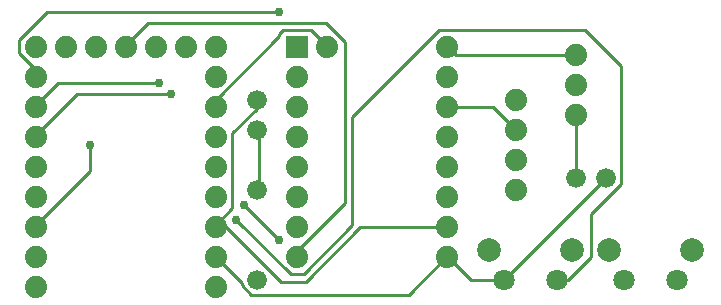
<source format=gbr>
G04 EAGLE Gerber RS-274X export*
G75*
%MOMM*%
%FSLAX34Y34*%
%LPD*%
%INTop Copper*%
%IPPOS*%
%AMOC8*
5,1,8,0,0,1.08239X$1,22.5*%
G01*
G04 Define Apertures*
%ADD10C,1.879600*%
%ADD11R,1.879600X1.879600*%
%ADD12C,1.676400*%
%ADD13C,1.800000*%
%ADD14C,2.000000*%
%ADD15C,0.254000*%
%ADD16C,0.756400*%
D10*
X101600Y222758D03*
X127000Y222758D03*
X203200Y44958D03*
X203200Y95758D03*
X203200Y121158D03*
X203200Y146558D03*
X203200Y171958D03*
X203200Y197358D03*
X203200Y222758D03*
X177800Y222758D03*
X152400Y222758D03*
X76200Y222758D03*
X50800Y222758D03*
X50800Y197358D03*
X50800Y171958D03*
X50800Y146558D03*
X50800Y121158D03*
X50800Y95758D03*
X50800Y70358D03*
X203200Y70358D03*
X203200Y19558D03*
X50800Y19558D03*
X50800Y44958D03*
D11*
X272192Y222758D03*
D10*
X272192Y197358D03*
X272192Y171958D03*
X272192Y146558D03*
X272192Y121158D03*
X272192Y95758D03*
X272192Y70358D03*
X272192Y44958D03*
X399192Y44958D03*
X399192Y70358D03*
X399192Y95758D03*
X399192Y121158D03*
X399192Y146558D03*
X399192Y171958D03*
X399192Y197358D03*
X399192Y222758D03*
X297592Y222758D03*
D12*
X238664Y177800D03*
X238664Y152400D03*
X508000Y111760D03*
X533400Y111760D03*
D10*
X457200Y177800D03*
X457200Y152400D03*
X457200Y127000D03*
X457200Y101600D03*
D12*
X238664Y101600D03*
X238664Y25400D03*
D13*
X447400Y25400D03*
X492400Y25400D03*
D14*
X434900Y50400D03*
X504900Y50400D03*
D13*
X549000Y25400D03*
X594000Y25400D03*
D14*
X536500Y50400D03*
X606500Y50400D03*
D10*
X508000Y215900D03*
X508000Y190500D03*
X508000Y165100D03*
D15*
X96838Y139700D02*
X96838Y117475D01*
X50800Y71438D01*
X50800Y70358D01*
D16*
X96838Y139700D03*
D15*
X85725Y182563D02*
X165100Y182563D01*
X85725Y182563D02*
X50800Y147638D01*
X50800Y146558D01*
D16*
X165100Y182563D03*
D15*
X239713Y152400D02*
X239713Y101600D01*
X238664Y101600D01*
X238664Y152400D02*
X239713Y152400D01*
X419100Y25400D02*
X447400Y25400D01*
X419100Y25400D02*
X400050Y44450D01*
X399192Y44958D01*
X447675Y25400D02*
X533400Y111125D01*
X447675Y25400D02*
X447400Y25400D01*
X533400Y111125D02*
X533400Y111760D01*
X225425Y22225D02*
X203200Y44450D01*
X225425Y22225D02*
X225425Y20638D01*
X233363Y12700D01*
X366713Y12700D01*
X398463Y44450D01*
X203200Y44450D02*
X203200Y44958D01*
X398463Y44450D02*
X399192Y44958D01*
X273050Y46038D02*
X273050Y50800D01*
X312738Y90488D01*
X312738Y227013D01*
X296863Y242888D01*
X146050Y242888D01*
X127000Y223838D01*
X273050Y46038D02*
X272192Y44958D01*
X127000Y222758D02*
X127000Y223838D01*
X50800Y203200D02*
X50800Y197358D01*
X50800Y203200D02*
X36513Y217488D01*
X36513Y228600D01*
X60325Y252413D01*
X257175Y252413D01*
D16*
X257175Y252413D03*
D15*
X203200Y177800D02*
X203200Y171958D01*
X203200Y177800D02*
X257175Y231775D01*
X257175Y233363D01*
X260350Y236538D01*
X284163Y236538D01*
X296863Y223838D01*
X297592Y222758D01*
X227013Y88900D02*
X257175Y58738D01*
D16*
X257175Y58738D03*
X227013Y88900D03*
D15*
X238125Y169863D02*
X238125Y177800D01*
X238125Y169863D02*
X217488Y149225D01*
X217488Y85725D01*
X203200Y71438D01*
X238125Y177800D02*
X238664Y177800D01*
X203200Y71438D02*
X203200Y70358D01*
X325438Y69850D02*
X398463Y69850D01*
X325438Y69850D02*
X279400Y23813D01*
X258763Y23813D01*
X207963Y74613D01*
X398463Y69850D02*
X399192Y70358D01*
X207963Y74613D02*
X203200Y70358D01*
X400050Y171450D02*
X438150Y171450D01*
X457200Y152400D01*
X400050Y171450D02*
X399192Y171958D01*
X155575Y192088D02*
X69850Y192088D01*
X50800Y173038D01*
X50800Y171958D01*
D16*
X155575Y192088D03*
D15*
X508000Y165100D02*
X508000Y111760D01*
X508000Y215900D02*
X406400Y215900D01*
X400050Y222250D01*
X399192Y222758D01*
X492400Y25400D02*
X501650Y25400D01*
X520700Y44450D01*
X520700Y80963D01*
X546100Y106363D01*
X546100Y206375D01*
X515938Y236538D01*
X392113Y236538D01*
X319088Y163513D01*
X319088Y71438D01*
X277813Y30163D01*
X266700Y30163D01*
X220663Y76200D01*
D16*
X220663Y76200D03*
M02*

</source>
